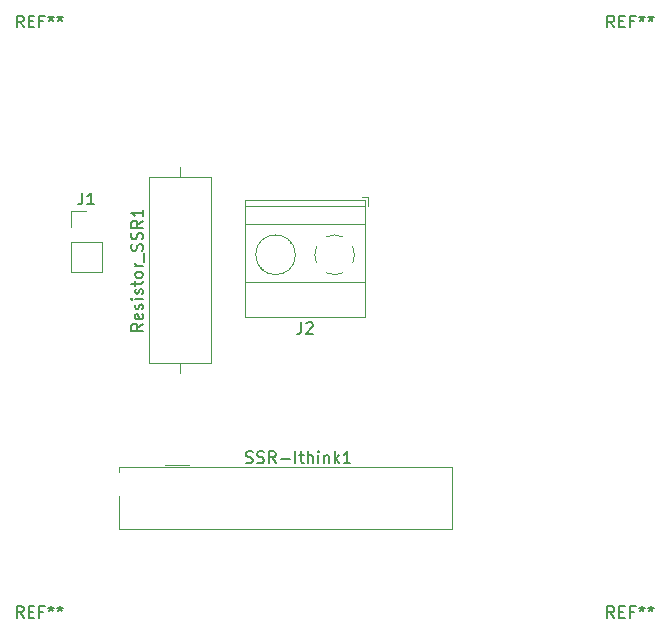
<source format=gbr>
%TF.GenerationSoftware,KiCad,Pcbnew,(5.1.9-0-10_14)*%
%TF.CreationDate,2021-03-08T12:26:29+00:00*%
%TF.ProjectId,SSR-PCB,5353522d-5043-4422-9e6b-696361645f70,rev?*%
%TF.SameCoordinates,Original*%
%TF.FileFunction,Legend,Top*%
%TF.FilePolarity,Positive*%
%FSLAX46Y46*%
G04 Gerber Fmt 4.6, Leading zero omitted, Abs format (unit mm)*
G04 Created by KiCad (PCBNEW (5.1.9-0-10_14)) date 2021-03-08 12:26:29*
%MOMM*%
%LPD*%
G01*
G04 APERTURE LIST*
%ADD10C,0.120000*%
%ADD11C,0.150000*%
G04 APERTURE END LIST*
D10*
%TO.C,SSR-Ithink1*%
X-158290000Y-45485000D02*
X-158290000Y-45885000D01*
X-158290000Y-50685000D02*
X-158290000Y-47885000D01*
X-130090000Y-50685000D02*
X-158290000Y-50685000D01*
X-130090000Y-45485000D02*
X-130090000Y-50685000D01*
X-158290000Y-45485000D02*
X-130090000Y-45485000D01*
X-152340000Y-45285000D02*
X-154340000Y-45285000D01*
%TO.C,Resistor_SSR1*%
X-155680000Y-36690000D02*
X-150440000Y-36690000D01*
X-150440000Y-36690000D02*
X-150440000Y-20950000D01*
X-150440000Y-20950000D02*
X-155680000Y-20950000D01*
X-155680000Y-20950000D02*
X-155680000Y-36690000D01*
X-153060000Y-37540000D02*
X-153060000Y-36690000D01*
X-153060000Y-20100000D02*
X-153060000Y-20950000D01*
%TO.C,J2*%
X-143320000Y-27500000D02*
G75*
G03*
X-143320000Y-27500000I-1680000J0D01*
G01*
X-137440000Y-23400000D02*
X-147560000Y-23400000D01*
X-137440000Y-24900000D02*
X-147560000Y-24900000D01*
X-137440000Y-29801000D02*
X-147560000Y-29801000D01*
X-137440000Y-32761000D02*
X-147560000Y-32761000D01*
X-137440000Y-22840000D02*
X-147560000Y-22840000D01*
X-137440000Y-32761000D02*
X-137440000Y-22840000D01*
X-147560000Y-32761000D02*
X-147560000Y-22840000D01*
X-146275000Y-28569000D02*
X-146228000Y-28523000D01*
X-143966000Y-26261000D02*
X-143931000Y-26226000D01*
X-146070000Y-28775000D02*
X-146035000Y-28739000D01*
X-143773000Y-26477000D02*
X-143726000Y-26431000D01*
X-137200000Y-23340000D02*
X-137200000Y-22600000D01*
X-137200000Y-22600000D02*
X-137700000Y-22600000D01*
X-140028805Y-25819747D02*
G75*
G02*
X-139316000Y-25965000I28805J-1680253D01*
G01*
X-138464574Y-26816958D02*
G75*
G02*
X-138465000Y-28184000I-1535426J-683042D01*
G01*
X-139316958Y-29035426D02*
G75*
G02*
X-140684000Y-29035000I-683042J1535426D01*
G01*
X-141535426Y-28183042D02*
G75*
G02*
X-141535000Y-26816000I1535426J683042D01*
G01*
X-140683318Y-25965244D02*
G75*
G02*
X-140000000Y-25820000I683318J-1534756D01*
G01*
%TO.C,J1*%
X-162360000Y-28990000D02*
X-159700000Y-28990000D01*
X-162360000Y-26390000D02*
X-162360000Y-28990000D01*
X-159700000Y-26390000D02*
X-159700000Y-28990000D01*
X-162360000Y-26390000D02*
X-159700000Y-26390000D01*
X-162360000Y-25120000D02*
X-162360000Y-23790000D01*
X-162360000Y-23790000D02*
X-161030000Y-23790000D01*
%TO.C,SSR-Ithink1*%
D11*
X-147518571Y-45089761D02*
X-147375714Y-45137380D01*
X-147137619Y-45137380D01*
X-147042380Y-45089761D01*
X-146994761Y-45042142D01*
X-146947142Y-44946904D01*
X-146947142Y-44851666D01*
X-146994761Y-44756428D01*
X-147042380Y-44708809D01*
X-147137619Y-44661190D01*
X-147328095Y-44613571D01*
X-147423333Y-44565952D01*
X-147470952Y-44518333D01*
X-147518571Y-44423095D01*
X-147518571Y-44327857D01*
X-147470952Y-44232619D01*
X-147423333Y-44185000D01*
X-147328095Y-44137380D01*
X-147090000Y-44137380D01*
X-146947142Y-44185000D01*
X-146566190Y-45089761D02*
X-146423333Y-45137380D01*
X-146185238Y-45137380D01*
X-146090000Y-45089761D01*
X-146042380Y-45042142D01*
X-145994761Y-44946904D01*
X-145994761Y-44851666D01*
X-146042380Y-44756428D01*
X-146090000Y-44708809D01*
X-146185238Y-44661190D01*
X-146375714Y-44613571D01*
X-146470952Y-44565952D01*
X-146518571Y-44518333D01*
X-146566190Y-44423095D01*
X-146566190Y-44327857D01*
X-146518571Y-44232619D01*
X-146470952Y-44185000D01*
X-146375714Y-44137380D01*
X-146137619Y-44137380D01*
X-145994761Y-44185000D01*
X-144994761Y-45137380D02*
X-145328095Y-44661190D01*
X-145566190Y-45137380D02*
X-145566190Y-44137380D01*
X-145185238Y-44137380D01*
X-145090000Y-44185000D01*
X-145042380Y-44232619D01*
X-144994761Y-44327857D01*
X-144994761Y-44470714D01*
X-145042380Y-44565952D01*
X-145090000Y-44613571D01*
X-145185238Y-44661190D01*
X-145566190Y-44661190D01*
X-144566190Y-44756428D02*
X-143804285Y-44756428D01*
X-143328095Y-45137380D02*
X-143328095Y-44137380D01*
X-142994761Y-44470714D02*
X-142613809Y-44470714D01*
X-142851904Y-44137380D02*
X-142851904Y-44994523D01*
X-142804285Y-45089761D01*
X-142709047Y-45137380D01*
X-142613809Y-45137380D01*
X-142280476Y-45137380D02*
X-142280476Y-44137380D01*
X-141851904Y-45137380D02*
X-141851904Y-44613571D01*
X-141899523Y-44518333D01*
X-141994761Y-44470714D01*
X-142137619Y-44470714D01*
X-142232857Y-44518333D01*
X-142280476Y-44565952D01*
X-141375714Y-45137380D02*
X-141375714Y-44470714D01*
X-141375714Y-44137380D02*
X-141423333Y-44185000D01*
X-141375714Y-44232619D01*
X-141328095Y-44185000D01*
X-141375714Y-44137380D01*
X-141375714Y-44232619D01*
X-140899523Y-44470714D02*
X-140899523Y-45137380D01*
X-140899523Y-44565952D02*
X-140851904Y-44518333D01*
X-140756666Y-44470714D01*
X-140613809Y-44470714D01*
X-140518571Y-44518333D01*
X-140470952Y-44613571D01*
X-140470952Y-45137380D01*
X-139994761Y-45137380D02*
X-139994761Y-44137380D01*
X-139899523Y-44756428D02*
X-139613809Y-45137380D01*
X-139613809Y-44470714D02*
X-139994761Y-44851666D01*
X-138661428Y-45137380D02*
X-139232857Y-45137380D01*
X-138947142Y-45137380D02*
X-138947142Y-44137380D01*
X-139042380Y-44280238D01*
X-139137619Y-44375476D01*
X-139232857Y-44423095D01*
%TO.C,REF\u002A\u002A*%
X-166333333Y-58252380D02*
X-166666666Y-57776190D01*
X-166904761Y-58252380D02*
X-166904761Y-57252380D01*
X-166523809Y-57252380D01*
X-166428571Y-57300000D01*
X-166380952Y-57347619D01*
X-166333333Y-57442857D01*
X-166333333Y-57585714D01*
X-166380952Y-57680952D01*
X-166428571Y-57728571D01*
X-166523809Y-57776190D01*
X-166904761Y-57776190D01*
X-165904761Y-57728571D02*
X-165571428Y-57728571D01*
X-165428571Y-58252380D02*
X-165904761Y-58252380D01*
X-165904761Y-57252380D01*
X-165428571Y-57252380D01*
X-164666666Y-57728571D02*
X-165000000Y-57728571D01*
X-165000000Y-58252380D02*
X-165000000Y-57252380D01*
X-164523809Y-57252380D01*
X-164000000Y-57252380D02*
X-164000000Y-57490476D01*
X-164238095Y-57395238D02*
X-164000000Y-57490476D01*
X-163761904Y-57395238D01*
X-164142857Y-57680952D02*
X-164000000Y-57490476D01*
X-163857142Y-57680952D01*
X-163238095Y-57252380D02*
X-163238095Y-57490476D01*
X-163476190Y-57395238D02*
X-163238095Y-57490476D01*
X-163000000Y-57395238D01*
X-163380952Y-57680952D02*
X-163238095Y-57490476D01*
X-163095238Y-57680952D01*
X-116333333Y-58252380D02*
X-116666666Y-57776190D01*
X-116904761Y-58252380D02*
X-116904761Y-57252380D01*
X-116523809Y-57252380D01*
X-116428571Y-57300000D01*
X-116380952Y-57347619D01*
X-116333333Y-57442857D01*
X-116333333Y-57585714D01*
X-116380952Y-57680952D01*
X-116428571Y-57728571D01*
X-116523809Y-57776190D01*
X-116904761Y-57776190D01*
X-115904761Y-57728571D02*
X-115571428Y-57728571D01*
X-115428571Y-58252380D02*
X-115904761Y-58252380D01*
X-115904761Y-57252380D01*
X-115428571Y-57252380D01*
X-114666666Y-57728571D02*
X-115000000Y-57728571D01*
X-115000000Y-58252380D02*
X-115000000Y-57252380D01*
X-114523809Y-57252380D01*
X-114000000Y-57252380D02*
X-114000000Y-57490476D01*
X-114238095Y-57395238D02*
X-114000000Y-57490476D01*
X-113761904Y-57395238D01*
X-114142857Y-57680952D02*
X-114000000Y-57490476D01*
X-113857142Y-57680952D01*
X-113238095Y-57252380D02*
X-113238095Y-57490476D01*
X-113476190Y-57395238D02*
X-113238095Y-57490476D01*
X-113000000Y-57395238D01*
X-113380952Y-57680952D02*
X-113238095Y-57490476D01*
X-113095238Y-57680952D01*
X-116333333Y-8252380D02*
X-116666666Y-7776190D01*
X-116904761Y-8252380D02*
X-116904761Y-7252380D01*
X-116523809Y-7252380D01*
X-116428571Y-7300000D01*
X-116380952Y-7347619D01*
X-116333333Y-7442857D01*
X-116333333Y-7585714D01*
X-116380952Y-7680952D01*
X-116428571Y-7728571D01*
X-116523809Y-7776190D01*
X-116904761Y-7776190D01*
X-115904761Y-7728571D02*
X-115571428Y-7728571D01*
X-115428571Y-8252380D02*
X-115904761Y-8252380D01*
X-115904761Y-7252380D01*
X-115428571Y-7252380D01*
X-114666666Y-7728571D02*
X-115000000Y-7728571D01*
X-115000000Y-8252380D02*
X-115000000Y-7252380D01*
X-114523809Y-7252380D01*
X-114000000Y-7252380D02*
X-114000000Y-7490476D01*
X-114238095Y-7395238D02*
X-114000000Y-7490476D01*
X-113761904Y-7395238D01*
X-114142857Y-7680952D02*
X-114000000Y-7490476D01*
X-113857142Y-7680952D01*
X-113238095Y-7252380D02*
X-113238095Y-7490476D01*
X-113476190Y-7395238D02*
X-113238095Y-7490476D01*
X-113000000Y-7395238D01*
X-113380952Y-7680952D02*
X-113238095Y-7490476D01*
X-113095238Y-7680952D01*
X-166333333Y-8252380D02*
X-166666666Y-7776190D01*
X-166904761Y-8252380D02*
X-166904761Y-7252380D01*
X-166523809Y-7252380D01*
X-166428571Y-7300000D01*
X-166380952Y-7347619D01*
X-166333333Y-7442857D01*
X-166333333Y-7585714D01*
X-166380952Y-7680952D01*
X-166428571Y-7728571D01*
X-166523809Y-7776190D01*
X-166904761Y-7776190D01*
X-165904761Y-7728571D02*
X-165571428Y-7728571D01*
X-165428571Y-8252380D02*
X-165904761Y-8252380D01*
X-165904761Y-7252380D01*
X-165428571Y-7252380D01*
X-164666666Y-7728571D02*
X-165000000Y-7728571D01*
X-165000000Y-8252380D02*
X-165000000Y-7252380D01*
X-164523809Y-7252380D01*
X-164000000Y-7252380D02*
X-164000000Y-7490476D01*
X-164238095Y-7395238D02*
X-164000000Y-7490476D01*
X-163761904Y-7395238D01*
X-164142857Y-7680952D02*
X-164000000Y-7490476D01*
X-163857142Y-7680952D01*
X-163238095Y-7252380D02*
X-163238095Y-7490476D01*
X-163476190Y-7395238D02*
X-163238095Y-7490476D01*
X-163000000Y-7395238D01*
X-163380952Y-7680952D02*
X-163238095Y-7490476D01*
X-163095238Y-7680952D01*
%TO.C,Resistor_SSR1*%
X-156227619Y-33343809D02*
X-156703809Y-33677142D01*
X-156227619Y-33915238D02*
X-157227619Y-33915238D01*
X-157227619Y-33534285D01*
X-157180000Y-33439047D01*
X-157132380Y-33391428D01*
X-157037142Y-33343809D01*
X-156894285Y-33343809D01*
X-156799047Y-33391428D01*
X-156751428Y-33439047D01*
X-156703809Y-33534285D01*
X-156703809Y-33915238D01*
X-156275238Y-32534285D02*
X-156227619Y-32629523D01*
X-156227619Y-32820000D01*
X-156275238Y-32915238D01*
X-156370476Y-32962857D01*
X-156751428Y-32962857D01*
X-156846666Y-32915238D01*
X-156894285Y-32820000D01*
X-156894285Y-32629523D01*
X-156846666Y-32534285D01*
X-156751428Y-32486666D01*
X-156656190Y-32486666D01*
X-156560952Y-32962857D01*
X-156275238Y-32105714D02*
X-156227619Y-32010476D01*
X-156227619Y-31820000D01*
X-156275238Y-31724761D01*
X-156370476Y-31677142D01*
X-156418095Y-31677142D01*
X-156513333Y-31724761D01*
X-156560952Y-31820000D01*
X-156560952Y-31962857D01*
X-156608571Y-32058095D01*
X-156703809Y-32105714D01*
X-156751428Y-32105714D01*
X-156846666Y-32058095D01*
X-156894285Y-31962857D01*
X-156894285Y-31820000D01*
X-156846666Y-31724761D01*
X-156227619Y-31248571D02*
X-156894285Y-31248571D01*
X-157227619Y-31248571D02*
X-157180000Y-31296190D01*
X-157132380Y-31248571D01*
X-157180000Y-31200952D01*
X-157227619Y-31248571D01*
X-157132380Y-31248571D01*
X-156275238Y-30820000D02*
X-156227619Y-30724761D01*
X-156227619Y-30534285D01*
X-156275238Y-30439047D01*
X-156370476Y-30391428D01*
X-156418095Y-30391428D01*
X-156513333Y-30439047D01*
X-156560952Y-30534285D01*
X-156560952Y-30677142D01*
X-156608571Y-30772380D01*
X-156703809Y-30820000D01*
X-156751428Y-30820000D01*
X-156846666Y-30772380D01*
X-156894285Y-30677142D01*
X-156894285Y-30534285D01*
X-156846666Y-30439047D01*
X-156894285Y-30105714D02*
X-156894285Y-29724761D01*
X-157227619Y-29962857D02*
X-156370476Y-29962857D01*
X-156275238Y-29915238D01*
X-156227619Y-29820000D01*
X-156227619Y-29724761D01*
X-156227619Y-29248571D02*
X-156275238Y-29343809D01*
X-156322857Y-29391428D01*
X-156418095Y-29439047D01*
X-156703809Y-29439047D01*
X-156799047Y-29391428D01*
X-156846666Y-29343809D01*
X-156894285Y-29248571D01*
X-156894285Y-29105714D01*
X-156846666Y-29010476D01*
X-156799047Y-28962857D01*
X-156703809Y-28915238D01*
X-156418095Y-28915238D01*
X-156322857Y-28962857D01*
X-156275238Y-29010476D01*
X-156227619Y-29105714D01*
X-156227619Y-29248571D01*
X-156227619Y-28486666D02*
X-156894285Y-28486666D01*
X-156703809Y-28486666D02*
X-156799047Y-28439047D01*
X-156846666Y-28391428D01*
X-156894285Y-28296190D01*
X-156894285Y-28200952D01*
X-156132380Y-28105714D02*
X-156132380Y-27343809D01*
X-156275238Y-27153333D02*
X-156227619Y-27010476D01*
X-156227619Y-26772380D01*
X-156275238Y-26677142D01*
X-156322857Y-26629523D01*
X-156418095Y-26581904D01*
X-156513333Y-26581904D01*
X-156608571Y-26629523D01*
X-156656190Y-26677142D01*
X-156703809Y-26772380D01*
X-156751428Y-26962857D01*
X-156799047Y-27058095D01*
X-156846666Y-27105714D01*
X-156941904Y-27153333D01*
X-157037142Y-27153333D01*
X-157132380Y-27105714D01*
X-157180000Y-27058095D01*
X-157227619Y-26962857D01*
X-157227619Y-26724761D01*
X-157180000Y-26581904D01*
X-156275238Y-26200952D02*
X-156227619Y-26058095D01*
X-156227619Y-25820000D01*
X-156275238Y-25724761D01*
X-156322857Y-25677142D01*
X-156418095Y-25629523D01*
X-156513333Y-25629523D01*
X-156608571Y-25677142D01*
X-156656190Y-25724761D01*
X-156703809Y-25820000D01*
X-156751428Y-26010476D01*
X-156799047Y-26105714D01*
X-156846666Y-26153333D01*
X-156941904Y-26200952D01*
X-157037142Y-26200952D01*
X-157132380Y-26153333D01*
X-157180000Y-26105714D01*
X-157227619Y-26010476D01*
X-157227619Y-25772380D01*
X-157180000Y-25629523D01*
X-156227619Y-24629523D02*
X-156703809Y-24962857D01*
X-156227619Y-25200952D02*
X-157227619Y-25200952D01*
X-157227619Y-24820000D01*
X-157180000Y-24724761D01*
X-157132380Y-24677142D01*
X-157037142Y-24629523D01*
X-156894285Y-24629523D01*
X-156799047Y-24677142D01*
X-156751428Y-24724761D01*
X-156703809Y-24820000D01*
X-156703809Y-25200952D01*
X-156227619Y-23677142D02*
X-156227619Y-24248571D01*
X-156227619Y-23962857D02*
X-157227619Y-23962857D01*
X-157084761Y-24058095D01*
X-156989523Y-24153333D01*
X-156941904Y-24248571D01*
%TO.C,J2*%
X-142833333Y-33212380D02*
X-142833333Y-33926666D01*
X-142880952Y-34069523D01*
X-142976190Y-34164761D01*
X-143119047Y-34212380D01*
X-143214285Y-34212380D01*
X-142404761Y-33307619D02*
X-142357142Y-33260000D01*
X-142261904Y-33212380D01*
X-142023809Y-33212380D01*
X-141928571Y-33260000D01*
X-141880952Y-33307619D01*
X-141833333Y-33402857D01*
X-141833333Y-33498095D01*
X-141880952Y-33640952D01*
X-142452380Y-34212380D01*
X-141833333Y-34212380D01*
%TO.C,J1*%
X-161363333Y-22242380D02*
X-161363333Y-22956666D01*
X-161410952Y-23099523D01*
X-161506190Y-23194761D01*
X-161649047Y-23242380D01*
X-161744285Y-23242380D01*
X-160363333Y-23242380D02*
X-160934761Y-23242380D01*
X-160649047Y-23242380D02*
X-160649047Y-22242380D01*
X-160744285Y-22385238D01*
X-160839523Y-22480476D01*
X-160934761Y-22528095D01*
%TD*%
M02*

</source>
